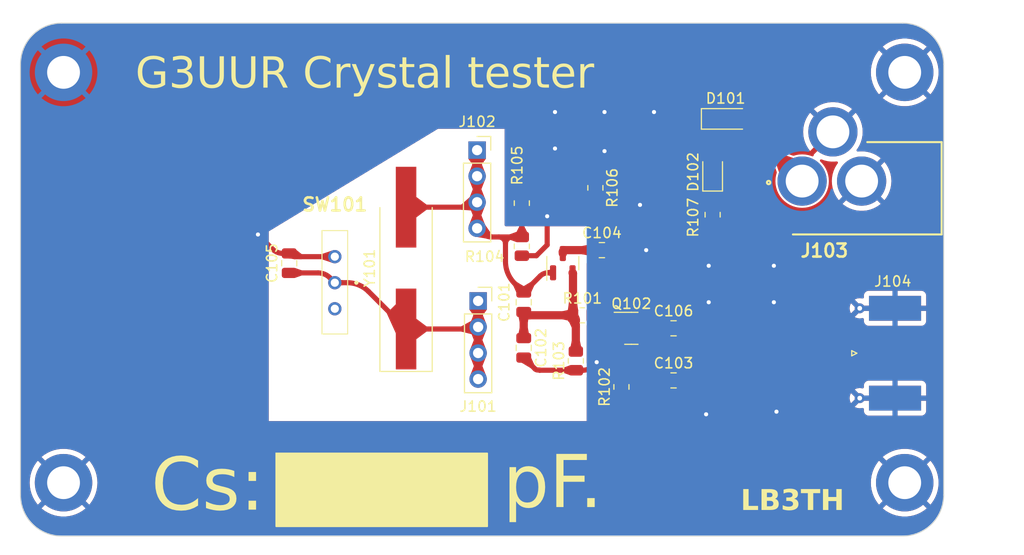
<source format=kicad_pcb>
(kicad_pcb (version 20221018) (generator pcbnew)
  (title_block (title "G3UUR Crystal tester") (date "2023-12-17") (rev "1") (company "Erik Ø. Sørensen, LB3TH") (comment 1 "2023-12-17: The edgemount connector and the size is slightly wrong for an altoid tin."))
  (layers (0 "F.Cu" signal) (31 "B.Cu" signal) (34 "B.Paste" user) (35 "F.Paste" user) (36 "B.SilkS" user "B.Silkscreen") (37 "F.SilkS" user "F.Silkscreen") (38 "B.Mask" user) (39 "F.Mask" user) (44 "Edge.Cuts" user))
  (net 0 "")
  (net 1 "GND")
  (net 2 "+12V")
  (net 3 "Vin")
  (net 5 "/base1")
  (net 6 "/emitter1")
  (net 7 "/emitter2")
  (net 8 "/out")
  (net 9 "/power_rail")
  (net 10 "/led_cathode")
  (net 11 "/base2")
  (net 12 "/xtal_l")
  (footprint "Package_TO_SOT_SMD:SOT-23" (layer "F.Cu") (at 160.3525 107.95)
    (fp_text reference "Q102" (at 0 -2.4) (layer "F.SilkS"))
    (fp_text value "MMBT3904" hide)
    (fp_line (start 0 -1.56) (end -1.675 -1.56) (stroke (width 0.12)) (layer "F.SilkS"))
    (fp_line (start 0 -1.56) (end 0.65 -1.56) (stroke (width 0.12)) (layer "F.SilkS"))
    (fp_line (start 0 1.56) (end -0.65 1.56) (stroke (width 0.12)) (layer "F.SilkS"))
    (fp_line (start 0 1.56) (end 0.65 1.56) (stroke (width 0.12)) (layer "F.SilkS"))
    (pad "1" smd roundrect (at -0.9375 -0.95) (size 1.475 0.6) (layers "F.Cu" "F.Paste" "F.Mask") (net 11 "/base2"))
    (pad "2" smd roundrect (at -0.9375 0.95) (size 1.475 0.6) (layers "F.Cu" "F.Paste" "F.Mask") (net 7 "/emitter2"))
    (pad "3" smd roundrect (at 0.9375 0) (size 1.475 0.6) (layers "F.Cu" "F.Paste" "F.Mask") (net 9 "/power_rail"))
  )
  (footprint "MountingHole:MountingHole_3.2mm_M3_DIN965_Pad_TopBottom" (layer "F.Cu") (at 105 83)
    (fp_text reference "H101" hide)
    (fp_text value "MountingHole_Pad" hide)
    (pad "1" thru_hole circle (at 0 0) (size 3.6 3.6) (drill 3.2) (layers "*.Cu" "*.Mask") (net 1 "GND"))
    (pad "1" connect circle (at 0 0) (size 5.6 5.6) (layers "F.Cu" "F.Mask") (net 1 "GND"))
    (pad "1" connect circle (at 0 0) (size 5.6 5.6) (layers "B.Cu" "B.Mask") (net 1 "GND"))
  )
  (footprint "lb3th:694106301002_1" (layer "F.Cu") (at 190.6 89.8 180)
    (fp_text reference "J103" (at 11.43 -10.58) (layer "F.SilkS") (effects (font (size 1.27 1.27) (thickness 0.254))))
    (fp_text value "694106301002" hide)
    (fp_line (start 0 -9) (end 14.5 -9) (stroke (width 0.2)) (layer "F.SilkS"))
    (fp_line (start 0 0) (end 0 -9) (stroke (width 0.2)) (layer "F.SilkS"))
    (fp_line (start 7.25 0) (end 0 0) (stroke (width 0.2)) (layer "F.SilkS"))
    (fp_circle (center 16.867 -3.939) (end 16.867 -3.875) (stroke (width 0.2)) (fill none) (layer "F.SilkS"))
    (pad "1" thru_hole circle (at 13.6 -3.8 180) (size 4.8 4.8) (drill 3.2) (layers "*.Cu" "*.Mask") (net 3 "Vin"))
    (pad "2" thru_hole circle (at 7.8 -3.8 180) (size 4.8 4.8) (drill 3.2) (layers "*.Cu" "*.Mask") (net 1 "GND"))
    (pad "3" thru_hole circle (at 10.6 1 180) (size 4.8 4.8) (drill 3.2) (layers "*.Cu" "*.Mask") (net 1 "GND"))
  )
  (footprint "Resistor_SMD:R_0805_2012Metric" (layer "F.Cu") (at 156.845 94.2575 -90)
    (fp_text reference "R106" (at 0 -1.65 90) (layer "F.SilkS"))
    (fp_text value "47" hide)
    (fp_line (start -0.227064 -0.735) (end 0.227064 -0.735) (stroke (width 0.12)) (layer "F.SilkS"))
    (fp_line (start -0.227064 0.735) (end 0.227064 0.735) (stroke (width 0.12)) (layer "F.SilkS"))
    (pad "1" smd roundrect (at -0.9125 0 270) (size 1.025 1.4) (layers "F.Cu" "F.Paste" "F.Mask") (roundrect_rratio 0.243902439) (net 2 "+12V"))
    (pad "2" smd roundrect (at 0.9125 0 270) (size 1.025 1.4) (layers "F.Cu" "F.Paste" "F.Mask") (roundrect_rratio 0.243902439) (net 9 "/power_rail"))
  )
  (footprint "Crystal:Crystal_SMD_HC49-SD_HandSoldering" (layer "F.Cu") (at 138.39 102.08 90)
    (fp_text reference "Y101" (at 0 -3.55 90) (layer "F.SilkS"))
    (fp_text value "Crystal" hide)
    (fp_line (start -10.075 -2.55) (end -10.075 2.55) (stroke (width 0.12)) (layer "F.SilkS"))
    (fp_line (start -10.075 2.55) (end 5.9 2.55) (stroke (width 0.12)) (layer "F.SilkS"))
    (fp_line (start 5.9 -2.55) (end -10.075 -2.55) (stroke (width 0.12)) (layer "F.SilkS"))
    (pad "1" smd rect (at -5.9375 0 90) (size 7.875 2) (layers "F.Cu" "F.Paste" "F.Mask") (net 12 "/xtal_l"))
    (pad "2" smd rect (at 5.9375 0 90) (size 7.875 2) (layers "F.Cu" "F.Paste" "F.Mask") (net 5 "/base1"))
  )
  (footprint "Resistor_SMD:R_0805_2012Metric" (layer "F.Cu") (at 149.675 99.96 -90)
    (fp_text reference "R104" (at 1.005 3.625 -180) (layer "F.SilkS"))
    (fp_text value "10k" hide)
    (fp_line (start -0.227064 -0.735) (end 0.227064 -0.735) (stroke (width 0.12)) (layer "F.SilkS"))
    (fp_line (start -0.227064 0.735) (end 0.227064 0.735) (stroke (width 0.12)) (layer "F.SilkS"))
    (pad "1" smd roundrect (at -0.9125 0 270) (size 1.025 1.4) (layers "F.Cu" "F.Paste" "F.Mask") (roundrect_rratio 0.243902439) (net 5 "/base1"))
    (pad "2" smd roundrect (at 0.9125 0 270) (size 1.025 1.4) (layers "F.Cu" "F.Paste" "F.Mask") (roundrect_rratio 0.243902439) (net 1 "GND"))
  )
  (footprint "MountingHole:MountingHole_3.2mm_M3_DIN965_Pad_TopBottom" (layer "F.Cu") (at 187 123)
    (fp_text reference "H103" hide)
    (fp_text value "MountingHole_Pad" hide)
    (pad "1" thru_hole circle (at 0 0) (size 3.6 3.6) (drill 3.2) (layers "*.Cu" "*.Mask") (net 1 "GND"))
    (pad "1" connect circle (at 0 0) (size 5.6 5.6) (layers "F.Cu" "F.Mask") (net 1 "GND"))
    (pad "1" connect circle (at 0 0) (size 5.6 5.6) (layers "B.Cu" "B.Mask") (net 1 "GND"))
  )
  (footprint "Resistor_SMD:R_0805_2012Metric" (layer "F.Cu") (at 159.385 113.665 90)
    (fp_text reference "R102" (at 0 -1.65 90) (layer "F.SilkS"))
    (fp_text value "1k" hide)
    (fp_line (start -0.227064 -0.735) (end 0.227064 -0.735) (stroke (width 0.12)) (layer "F.SilkS"))
    (fp_line (start -0.227064 0.735) (end 0.227064 0.735) (stroke (width 0.12)) (layer "F.SilkS"))
    (pad "1" smd roundrect (at -0.9125 0 90) (size 1.025 1.4) (layers "F.Cu" "F.Paste" "F.Mask") (roundrect_rratio 0.243902439) (net 1 "GND"))
    (pad "2" smd roundrect (at 0.9125 0 90) (size 1.025 1.4) (layers "F.Cu" "F.Paste" "F.Mask") (roundrect_rratio 0.243902439) (net 7 "/emitter2"))
  )
  (footprint "Resistor_SMD:R_0805_2012Metric" (layer "F.Cu") (at 149.675 95.7475 -90)
    (fp_text reference "R105" (at -3.6725 0.45 90) (layer "F.SilkS"))
    (fp_text value "10k" hide)
    (fp_line (start -0.227064 -0.735) (end 0.227064 -0.735) (stroke (width 0.12)) (layer "F.SilkS"))
    (fp_line (start -0.227064 0.735) (end 0.227064 0.735) (stroke (width 0.12)) (layer "F.SilkS"))
    (pad "1" smd roundrect (at -0.9125 0 270) (size 1.025 1.4) (layers "F.Cu" "F.Paste" "F.Mask") (roundrect_rratio 0.243902439) (net 9 "/power_rail"))
    (pad "2" smd roundrect (at 0.9125 0 270) (size 1.025 1.4) (layers "F.Cu" "F.Paste" "F.Mask") (roundrect_rratio 0.243902439) (net 5 "/base1"))
  )
  (footprint "MountingHole:MountingHole_3.2mm_M3_DIN965_Pad_TopBottom" (layer "F.Cu") (at 187 83)
    (fp_text reference "H104" hide)
    (fp_text value "MountingHole_Pad" hide)
    (pad "1" thru_hole circle (at 0 0) (size 3.6 3.6) (drill 3.2) (layers "*.Cu" "*.Mask") (net 1 "GND"))
    (pad "1" connect circle (at 0 0) (size 5.6 5.6) (layers "F.Cu" "F.Mask") (net 1 "GND"))
    (pad "1" connect circle (at 0 0) (size 5.6 5.6) (layers "B.Cu" "B.Mask") (net 1 "GND"))
  )
  (footprint "Package_TO_SOT_SMD:SOT-23" (layer "F.Cu") (at 153.67 101.6 90)
    (fp_text reference "Q101" hide)
    (fp_text value "MMBT3904" hide)
    (fp_line (start 0 -1.56) (end -1.675 -1.56) (stroke (width 0.12)) (layer "F.SilkS"))
    (fp_line (start 0 -1.56) (end 0.65 -1.56) (stroke (width 0.12)) (layer "F.SilkS"))
    (fp_line (start 0 1.56) (end -0.65 1.56) (stroke (width 0.12)) (layer "F.SilkS"))
    (fp_line (start 0 1.56) (end 0.65 1.56) (stroke (width 0.12)) (layer "F.SilkS"))
    (pad "1" smd roundrect (at -0.9375 -0.95 90) (size 1.475 0.6) (layers "F.Cu" "F.Paste" "F.Mask") (net 5 "/base1"))
    (pad "2" smd roundrect (at -0.9375 0.95 90) (size 1.475 0.6) (layers "F.Cu" "F.Paste" "F.Mask") (net 6 "/emitter1"))
    (pad "3" smd roundrect (at 0.9375 0 90) (size 1.475 0.6) (layers "F.Cu" "F.Paste" "F.Mask") (net 9 "/power_rail"))
  )
  (footprint "Capacitor_SMD:C_0805_2012Metric" (layer "F.Cu") (at 149.86 105.41 -90)
    (fp_text reference "C101" (at 0 1.905 90) (layer "F.SilkS"))
    (fp_text value "470pF" hide)
    (fp_line (start -0.261252 -0.735) (end 0.261252 -0.735) (stroke (width 0.12)) (layer "F.SilkS"))
    (fp_line (start -0.261252 0.735) (end 0.261252 0.735) (stroke (width 0.12)) (layer "F.SilkS"))
    (pad "1" smd roundrect (at -0.95 0 270) (size 1 1.45) (layers "F.Cu" "F.Paste" "F.Mask") (net 5 "/base1"))
    (pad "2" smd roundrect (at 0.95 0 270) (size 1 1.45) (layers "F.Cu" "F.Paste" "F.Mask") (net 6 "/emitter1"))
  )
  (footprint "Resistor_SMD:R_0805_2012Metric" (layer "F.Cu") (at 154.94 111.125 90)
    (fp_text reference "R103" (at 0 -1.65 90) (layer "F.SilkS"))
    (fp_text value "1k" hide)
    (fp_line (start -0.227064 -0.735) (end 0.227064 -0.735) (stroke (width 0.12)) (layer "F.SilkS"))
    (fp_line (start -0.227064 0.735) (end 0.227064 0.735) (stroke (width 0.12)) (layer "F.SilkS"))
    (pad "1" smd roundrect (at -0.9125 0 90) (size 1.025 1.4) (layers "F.Cu" "F.Paste" "F.Mask") (roundrect_rratio 0.243902439) (net 1 "GND"))
    (pad "2" smd roundrect (at 0.9125 0 90) (size 1.025 1.4) (layers "F.Cu" "F.Paste" "F.Mask") (roundrect_rratio 0.243902439) (net 6 "/emitter1"))
  )
  (footprint "Capacitor_SMD:C_0805_2012Metric" (layer "F.Cu") (at 157.48 100.33)
    (fp_text reference "C104" (at 0 -1.68) (layer "F.SilkS"))
    (fp_text value "100nF" hide)
    (fp_line (start -0.261252 -0.735) (end 0.261252 -0.735) (stroke (width 0.12)) (layer "F.SilkS"))
    (fp_line (start -0.261252 0.735) (end 0.261252 0.735) (stroke (width 0.12)) (layer "F.SilkS"))
    (pad "1" smd roundrect (at -0.95 0) (size 1 1.45) (layers "F.Cu" "F.Paste" "F.Mask") (net 9 "/power_rail"))
    (pad "2" smd roundrect (at 0.95 0) (size 1 1.45) (layers "F.Cu" "F.Paste" "F.Mask") (net 1 "GND"))
  )
  (footprint "Capacitor_SMD:C_0805_2012Metric" (layer "F.Cu") (at 164.465 113.03)
    (fp_text reference "C103" (at 0 -1.68) (layer "F.SilkS"))
    (fp_text value "100nF" hide)
    (fp_line (start -0.261252 -0.735) (end 0.261252 -0.735) (stroke (width 0.12)) (layer "F.SilkS"))
    (fp_line (start -0.261252 0.735) (end 0.261252 0.735) (stroke (width 0.12)) (layer "F.SilkS"))
    (pad "1" smd roundrect (at -0.95 0) (size 1 1.45) (layers "F.Cu" "F.Paste" "F.Mask") (net 7 "/emitter2"))
    (pad "2" smd roundrect (at 0.95 0) (size 1 1.45) (layers "F.Cu" "F.Paste" "F.Mask") (net 8 "/out"))
  )
  (footprint "Resistor_SMD:R_0805_2012Metric" (layer "F.Cu") (at 155.575 106.68)
    (fp_text reference "R101" (at 0 -1.65) (layer "F.SilkS"))
    (fp_text value "1k" hide)
    (fp_line (start -0.227064 -0.735) (end 0.227064 -0.735) (stroke (width 0.12)) (layer "F.SilkS"))
    (fp_line (start -0.227064 0.735) (end 0.227064 0.735) (stroke (width 0.12)) (layer "F.SilkS"))
    (pad "1" smd roundrect (at -0.9125 0) (size 1.025 1.4) (layers "F.Cu" "F.Paste" "F.Mask") (roundrect_rratio 0.243902439) (net 6 "/emitter1"))
    (pad "2" smd roundrect (at 0.9125 0) (size 1.025 1.4) (layers "F.Cu" "F.Paste" "F.Mask") (roundrect_rratio 0.243902439) (net 11 "/base2"))
  )
  (footprint "Resistor_SMD:R_0805_2012Metric" (layer "F.Cu") (at 168.275 96.8775 -90)
    (fp_text reference "R107" (at 0.2775 1.905 90) (layer "F.SilkS"))
    (fp_text value "2k" hide)
    (fp_line (start -0.227064 -0.735) (end 0.227064 -0.735) (stroke (width 0.12)) (layer "F.SilkS"))
    (fp_line (start -0.227064 0.735) (end 0.227064 0.735) (stroke (width 0.12)) (layer "F.SilkS"))
    (pad "1" smd roundrect (at -0.9125 0 270) (size 1.025 1.4) (layers "F.Cu" "F.Paste" "F.Mask") (roundrect_rratio 0.243902439) (net 10 "/led_cathode"))
    (pad "2" smd roundrect (at 0.9125 0 270) (size 1.025 1.4) (layers "F.Cu" "F.Paste" "F.Mask") (roundrect_rratio 0.243902439) (net 1 "GND"))
  )
  (footprint "Connector_Coaxial:SMA_Molex_73251-1153_EdgeMount_Horizontal" (layer "F.Cu") (at 184.335 110.38 180)
    (fp_text reference "J104" (at -1.5 7) (layer "F.SilkS"))
    (fp_text value "Conn_Coaxial" hide)
    (fp_line (start 2 0) (end 2.5 -0.25) (stroke (width 0.12)) (layer "F.SilkS"))
    (fp_line (start 2.5 -0.25) (end 2.5 0.25) (stroke (width 0.12)) (layer "F.SilkS"))
    (fp_line (start 2.5 0.25) (end 2 0) (stroke (width 0.12)) (layer "F.SilkS"))
    (pad "1" smd rect (at -1.72 0 180) (size 5.08 2.29) (layers "F.Cu" "F.Paste" "F.Mask") (net 8 "/out"))
    (pad "2" smd rect (at -1.72 -4.38 180) (size 5.08 2.42) (layers "F.Cu" "F.Paste" "F.Mask") (net 1 "GND"))
    (pad "2" smd rect (at -1.72 -4.38 180) (size 5.08 2.42) (layers "B.Cu" "B.Paste" "B.Mask") (net 1 "GND"))
    (pad "2" smd rect (at -1.72 4.38 180) (size 5.08 2.42) (layers "F.Cu" "F.Paste" "F.Mask") (net 1 "GND"))
    (pad "2" smd rect (at -1.72 4.38 180) (size 5.08 2.42) (layers "B.Cu" "B.Paste" "B.Mask") (net 1 "GND"))
    (pad "2" smd rect (at 1.27 -4.38 180) (size 0.95 0.46) (layers "F.Cu") (net 1 "GND"))
    (pad "2" smd rect (at 1.27 -4.38 180) (size 0.95 0.46) (layers "B.Cu") (net 1 "GND"))
    (pad "2" smd rect (at 1.27 4.38 180) (size 0.95 0.46) (layers "F.Cu") (net 1 "GND"))
    (pad "2" smd rect (at 1.27 4.38 180) (size 0.95 0.46) (layers "B.Cu") (net 1 "GND"))
    (pad "2" thru_hole circle (at 1.72 -4.38 180) (size 0.97 0.97) (drill 0.46) (layers "*.Cu") (net 1 "GND"))
    (pad "2" thru_hole circle (at 1.72 4.38 180) (size 0.97 0.97) (drill 0.46) (layers "*.Cu") (net 1 "GND"))
  )
  (footprint "Connector_PinSocket_2.54mm:PinSocket_1x04_P2.54mm_Vertical" (layer "F.Cu") (at 145.315 90.58)
    (fp_text reference "J102" (at 0 -2.77) (layer "F.SilkS"))
    (fp_text value "Conn_01x04_Socket" hide)
    (fp_line (start -1.33 1.27) (end -1.33 8.95) (stroke (width 0.12)) (layer "F.SilkS"))
    (fp_line (start -1.33 1.27) (end 1.33 1.27) (stroke (width 0.12)) (layer "F.SilkS"))
    (fp_line (start -1.33 8.95) (end 1.33 8.95) (stroke (width 0.12)) (layer "F.SilkS"))
    (fp_line (start 0 -1.33) (end 1.33 -1.33) (stroke (width 0.12)) (layer "F.SilkS"))
    (fp_line (start 1.33 -1.33) (end 1.33 0) (stroke (width 0.12)) (layer "F.SilkS"))
    (fp_line (start 1.33 1.27) (end 1.33 8.95) (stroke (width 0.12)) (layer "F.SilkS"))
    (pad "1" thru_hole rect (at 0 0) (size 1.7 1.7) (drill 1) (layers "*.Cu" "*.Mask") (net 5 "/base1"))
    (pad "2" thru_hole oval (at 0 2.54) (size 1.7 1.7) (drill 1) (layers "*.Cu" "*.Mask") (net 5 "/base1"))
    (pad "3" thru_hole oval (at 0 5.08) (size 1.7 1.7) (drill 1) (layers "*.Cu" "*.Mask") (net 5 "/base1"))
    (pad "4" thru_hole oval (at 0 7.62) (size 1.7 1.7) (drill 1) (layers "*.Cu" "*.Mask") (net 5 "/base1"))
  )
  (footprint "Capacitor_SMD:C_0805_2012Metric" (layer "F.Cu") (at 164.465 107.95)
    (fp_text reference "C106" (at 0 -1.68) (layer "F.SilkS"))
    (fp_text value "100nF" hide)
    (fp_line (start -0.261252 -0.735) (end 0.261252 -0.735) (stroke (width 0.12)) (layer "F.SilkS"))
    (fp_line (start -0.261252 0.735) (end 0.261252 0.735) (stroke (width 0.12)) (layer "F.SilkS"))
    (pad "1" smd roundrect (at -0.95 0) (size 1 1.45) (layers "F.Cu" "F.Paste" "F.Mask") (net 9 "/power_rail"))
    (pad "2" smd roundrect (at 0.95 0) (size 1 1.45) (layers "F.Cu" "F.Paste" "F.Mask") (net 1 "GND"))
  )
  (footprint "Capacitor_SMD:C_0805_2012Metric" (layer "F.Cu") (at 127 101.6 90)
    (fp_text reference "C105" (at 0 -1.68 90) (layer "F.SilkS"))
    (fp_text value "33pF" hide)
    (fp_line (start -0.261252 -0.735) (end 0.261252 -0.735) (stroke (width 0.12)) (layer "F.SilkS"))
    (fp_line (start -0.261252 0.735) (end 0.261252 0.735) (stroke (width 0.12)) (layer "F.SilkS"))
    (pad "1" smd roundrect (at -0.95 0 90) (size 1 1.45) (layers "F.Cu" "F.Paste" "F.Mask") (net 12 "/xtal_l"))
    (pad "2" smd roundrect (at 0.95 0 90) (size 1 1.45) (layers "F.Cu" "F.Paste" "F.Mask") (net 1 "GND"))
  )
  (footprint "lb3th:090329001" (layer "F.Cu") (at 131.445 103.505 180)
    (fp_text reference "SW101" (at 0 7.62) (layer "F.SilkS") (effects (font (size 1.27 1.27) (thickness 0.254))))
    (fp_text value "09.03290.01" hide)
    (fp_line (start -2.2 0) (end -2.2 0) (stroke (width 0.2)) (layer "F.SilkS"))
    (fp_line (start -2 0) (end -2 0) (stroke (width 0.2)) (layer "F.SilkS"))
    (fp_line (start -1.25 -5) (end 1.25 -5) (stroke (width 0.1)) (layer "F.SilkS"))
    (fp_line (start -1.25 5.08) (end -1.25 -5) (stroke (width 0.1)) (layer "F.SilkS"))
    (fp_line (start 1.25 -5) (end 1.25 5.08) (stroke (width 0.1)) (layer "F.SilkS"))
    (fp_line (start 1.25 5.08) (end -1.25 5.08) (stroke (width 0.1)) (layer "F.SilkS"))
    (fp_arc (start -2.2 0) (mid -2.1 -0.1) (end -2 0) (stroke (width 0.2)) (layer "F.SilkS"))
    (fp_arc (start -2 0) (mid -2.1 0.1) (end -2.2 0) (stroke (width 0.2)) (layer "F.SilkS"))
    (pad "1" thru_hole circle (at 0 0 180) (size 1.3 1.3) (drill 0.8) (layers "*.Cu" "*.Mask") (net 12 "/xtal_l"))
    (pad "2" thru_hole circle (at 0 2.54 180) (size 1.3 1.3) (drill 0.8) (layers "*.Cu" "*.Mask") (net 1 "GND"))
    (pad "3" thru_hole circle (at 0 -2.54 180) (size 1.3 1.3) (drill 0.8) (layers "*.Cu" "*.Mask"))
  )
  (footprint "Capacitor_SMD:C_0805_2012Metric" (layer "F.Cu") (at 149.86 109.855 -90)
    (fp_text reference "C102" (at 0 -1.68 90) (layer "F.SilkS"))
    (fp_text value "470pF" hide)
    (fp_line (start -0.261252 -0.735) (end 0.261252 -0.735) (stroke (width 0.12)) (layer "F.SilkS"))
    (fp_line (start -0.261252 0.735) (end 0.261252 0.735) (stroke (width 0.12)) (layer "F.SilkS"))
    (pad "1" smd roundrect (at -0.95 0 270) (size 1 1.45) (layers "F.Cu" "F.Paste" "F.Mask") (net 6 "/emitter1"))
    (pad "2" smd roundrect (at 0.95 0 270) (size 1 1.45) (layers "F.Cu" "F.Paste" "F.Mask") (net 1 "GND"))
  )
  (footprint "Diode_SMD:D_SOD-123" (layer "F.Cu") (at 169.54 87.535)
    (fp_text reference "D101" (at 0 -2) (layer "F.SilkS"))
    (fp_text value "1N4001" hide)
    (fp_line (start -2.36 -1) (end -2.36 1) (stroke (width 0.12)) (layer "F.SilkS"))
    (fp_line (start -2.36 -1) (end 1.65 -1) (stroke (width 0.12)) (layer "F.SilkS"))
    (fp_line (start -2.36 1) (end 1.65 1) (stroke (width 0.12)) (layer "F.SilkS"))
    (pad "1" smd roundrect (at -1.65 0) (size 0.9 1.2) (layers "F.Cu" "F.Paste" "F.Mask") (net 2 "+12V"))
    (pad "2" smd roundrect (at 1.65 0) (size 0.9 1.2) (layers "F.Cu" "F.Paste" "F.Mask") (net 3 "Vin"))
  )
  (footprint "MountingHole:MountingHole_3.2mm_M3_DIN965_Pad_TopBottom" (layer "F.Cu") (at 105 123)
    (fp_text reference "H102" hide)
    (fp_text value "MountingHole_Pad" hide)
    (pad "1" thru_hole circle (at 0 0) (size 3.6 3.6) (drill 3.2) (layers "*.Cu" "*.Mask") (net 1 "GND"))
    (pad "1" connect circle (at 0 0) (size 5.6 5.6) (layers "F.Cu" "F.Mask") (net 1 "GND"))
    (pad "1" connect circle (at 0 0) (size 5.6 5.6) (layers "B.Cu" "B.Mask") (net 1 "GND"))
  )
  (footprint "Connector_PinSocket_2.54mm:PinSocket_1x04_P2.54mm_Vertical" (layer "F.Cu") (at 145.415 105.28)
    (fp_text reference "J101" (at 0 10.29) (layer "F.SilkS"))
    (fp_text value "Conn_01x04_Socket" hide)
    (fp_line (start -1.33 1.27) (end -1.33 8.95) (stroke (width 0.12)) (layer "F.SilkS"))
    (fp_line (start -1.33 1.27) (end 1.33 1.27) (stroke (width 0.12)) (layer "F.SilkS"))
    (fp_line (start -1.33 8.95) (end 1.33 8.95) (stroke (width 0.12)) (layer "F.SilkS"))
    (fp_line (start 0 -1.33) (end 1.33 -1.33) (stroke (width 0.12)) (layer "F.SilkS"))
    (fp_line (start 1.33 -1.33) (end 1.33 0) (stroke (width 0.12)) (layer "F.SilkS"))
    (fp_line (start 1.33 1.27) (end 1.33 8.95) (stroke (width 0.12)) (layer "F.SilkS"))
    (pad "1" thru_hole rect (at 0 0) (size 1.7 1.7) (drill 1) (layers "*.Cu" "*.Mask") (net 12 "/xtal_l"))
    (pad "2" thru_hole oval (at 0 2.54) (size 1.7 1.7) (drill 1) (layers "*.Cu" "*.Mask") (net 12 "/xtal_l"))
    (pad "3" thru_hole oval (at 0 5.08) (size 1.7 1.7) (drill 1) (layers "*.Cu" "*.Mask") (net 12 "/xtal_l"))
    (pad "4" thru_hole oval (at 0 7.62) (size 1.7 1.7) (drill 1) (layers "*.Cu" "*.Mask") (net 12 "/xtal_l"))
  )
  (footprint "LED_SMD:LED_0805_2012Metric_Pad1.15x1.40mm_HandSolder" (layer "F.Cu") (at 168.275 92.71 90)
    (fp_text reference "D102" (at 0 -1.905 90) (layer "F.SilkS"))
    (fp_text value "green" hide)
    (fp_line (start -1.86 -0.96) (end -1.86 0.96) (stroke (width 0.12)) (layer "F.SilkS"))
    (fp_line (start -1.86 0.96) (end 1 0.96) (stroke (width 0.12)) (layer "F.SilkS"))
    (fp_line (start 1 -0.96) (end -1.86 -0.96) (stroke (width 0.12)) (layer "F.SilkS"))
    (pad "1" smd roundrect (at -1.025 0 90) (size 1.15 1.4) (layers "F.Cu" "F.Paste" "F.Mask") (roundrect_rratio 0.2173913043) (net 10 "/led_cathode"))
    (pad "2" smd roundrect (at 1.025 0 90) (size 1.15 1.4) (layers "F.Cu" "F.Paste" "F.Mask") (roundrect_rratio 0.2173913043) (net 2 "+12V"))
  )
  (gr_rect (start 125.73 120.142) (end 146.304 127.254) (stroke (width 0.15)) (fill solid) (layer "F.SilkS"))
  (gr_line (start 104.8 78.2) (end 186.8 78.2) (stroke (width 0.1)) (layer "Edge.Cuts"))
  (gr_arc (start 190.8 124.2) (mid 189.628427 127.028427) (end 186.8 128.2) (stroke (width 0.1)) (layer "Edge.Cuts"))
  (gr_line (start 100.8 124.2) (end 100.8 82.2) (stroke (width 0.1)) (layer "Edge.Cuts"))
  (gr_line (start 190.8 124.2) (end 190.8 82.2) (stroke (width 0.1)) (layer "Edge.Cuts"))
  (gr_arc (start 186.8 78.2) (mid 189.628427 79.371573) (end 190.8 82.2) (stroke (width 0.1)) (layer "Edge.Cuts"))
  (gr_line (start 186.8 128.2) (end 104.8 128.2) (stroke (width 0.1)) (layer "Edge.Cuts"))
  (gr_arc (start 104.8 128.2) (mid 101.971573 127.028427) (end 100.8 124.2) (stroke (width 0.1)) (layer "Edge.Cuts"))
  (gr_arc (start 100.8 82.2) (mid 101.971573 79.371573) (end 104.8 78.2) (stroke (width 0.1)) (layer "Edge.Cuts"))
  (gr_text "G3UUR Crystal tester" (at 112 85) (layer "F.SilkS") (effects (font (size 3 3) (thickness 0.375)) (justify left bottom)))
  (gr_text "LB3TH" (at 171 126) (layer "F.SilkS") (effects (font (size 2 2) (thickness 0.3) bold) (justify left bottom)))
  (gr_text "pF." (at 147.828 126.238) (layer "F.SilkS") (effects (font (size 5.08 5.08)) (justify left bottom)))
  (gr_text "Cs:" (at 113.538 126.492) (layer "F.SilkS") (effects (font (size 5.08 5.08)) (justify left bottom)))
  (segment (start 155.1705 112.0375) (end 154.94 112.0375) (width 0.5) (layer "F.Cu") (net 1))
  (segment (start 154.94 112.0375) (end 154.7095 112.0375) (width 0.5) (layer "F.Cu") (net 1))
  (segment (start 123.952 98.806) (end 125.370321 100.224321) (width 0.5) (layer "F.Cu") (net 1))
  (segment (start 149.675 100.8725) (end 151.0955 100.8725) (width 0.5) (layer "F.Cu") (net 1))
  (segment (start 150.95763 111.90263) (end 149.86 110.805) (width 0.5) (layer "F.Cu") (net 1))
  (segment (start 126.777261 100.65) (end 126.398 100.65) (width 0.5) (layer "F.Cu") (net 1))
  (segment (start 127.537738 100.965) (end 131.445 100.965) (width 0.5) (layer "F.Cu") (net 1))
  (segment (start 151.0955 100.8725) (end 151.13 100.838) (width 0.5) (layer "F.Cu") (net 1))
  (segment (start 154.7095 112.0375) (end 151.424117 112.0375) (width 0.5) (layer "F.Cu") (net 1))
  (segment (start 151.2265 112.014) (end 151.367382 112.014) (width 0.5) (layer "F.Cu") (net 1))
  (segment (start 152.146 99.822) (end 152.146 97.028) (width 0.5) (layer "F.Cu") (net 1))
  (segment (start 155.1705 112.0375) (end 155.631067 112.0375) (width 0.5) (layer "F.Cu") (net 1))
  (segment (start 156.57925 111.64475) (end 156.972 111.252) (width 0.5) (layer "F.Cu") (net 1))
  (segment (start 150.13125 100.8725) (end 149.675 100.8725) (width 0.5) (layer "F.Cu") (net 1))
  (segment (start 151.13 100.838) (end 152.146 99.822) (width 0.5) (layer "F.Cu") (net 1))
  (via (at 161.194376 95.920679) (size 0.8) (drill 0.4) (layers "F.Cu" "B.Cu") (net 1))
  (via (at 162.56 86.868) (size 0.8) (drill 0.4) (layers "F.Cu" "B.Cu") (net 1))
  (via (at 167.894 101.854) (size 0.8) (drill 0.4) (layers "F.Cu" "B.Cu") (net 1))
  (via (at 156.972 111.252) (size 0.8) (drill 0.4) (layers "F.Cu" "B.Cu") (net 1))
  (via (at 152.908 90.424) (size 0.8) (drill 0.4) (layers "F.Cu" "B.Cu") (net 1))
  (via (at 174.244 101.854) (size 0.8) (drill 0.4) (layers "F.Cu" "B.Cu") (net 1))
  (via (at 174.498 116.078) (size 0.8) (drill 0.4) (layers "F.Cu" "B.Cu") (net 1))
  (via (at 152.908 86.868) (size 0.8) (drill 0.4) (layers "F.Cu" "B.Cu") (net 1))
  (via (at 157.734 86.868) (size 0.8) (drill 0.4) (layers "F.Cu" "B.Cu") (net 1))
  (via (at 174.244 105.41) (size 0.8) (drill 0.4) (layers "F.Cu" "B.Cu") (net 1))
  (via (at 123.952 98.806) (size 0.8) (drill 0.4) (layers "F.Cu" "B.Cu") (net 1))
  (via (at 167.64 116.332) (size 0.8) (drill 0.4) (layers "F.Cu" "B.Cu") (net 1))
  (via (at 161.798 100.33) (size 0.8) (drill 0.4) (layers "F.Cu" "B.Cu") (net 1))
  (via (at 167.894 105.41) (size 0.8) (drill 0.4) (layers "F.Cu" "B.Cu") (net 1))
  (via (at 152.146 97.028) (size 0.8) (drill 0.4) (layers "F.Cu" "B.Cu") (net 1))
  (via (at 157.734 90.678) (size 0.8) (drill 0.4) (layers "F.Cu" "B.Cu") (net 1))
  (arc (start 151.2265 112.014) (mid 151.080988 111.985055) (end 150.95763 111.90263) (width 0.5) (layer "F.Cu") (net 1))
  (arc (start 151.39575 112.02575) (mid 151.382734 112.017053) (end 151.367382 112.014) (width 0.5) (layer "F.Cu") (net 1))
  (arc (start 125.370321 100.224321) (mid 125.841824 100.539369) (end 126.398 100.65) (width 0.5) (layer "F.Cu") (net 1))
  (arc (start 156.57925 111.64475) (mid 156.14422 111.935427) (end 155.631067 112.0375) (width 0.5) (layer "F.Cu") (net 1))
  (arc (start 151.39575 112.02575) (mid 151.408764 112.034446) (end 151.424117 112.0375) (width 0.5) (layer "F.Cu") (net 1))
  (arc (start 126.777261 100.65) (mid 126.983044 100.690932) (end 127.1575 100.8075) (width 0.5) (layer "F.Cu") (net 1))
  (arc (start 127.537738 100.965) (mid 127.331954 100.924067) (end 127.1575 100.8075) (width 0.5) (layer "F.Cu") (net 1))
  (segment (start 168.002763 91.685) (end 159.678797 91.685) (width 0.8) (layer "F.Cu") (net 2))
  (segment (start 167.89 91.027763) (end 167.89 87.535) (width 0.8) (layer "F.Cu") (net 2))
  (segment (start 157.675 92.515) (end 156.845 93.345) (width 0.8) (layer "F.Cu") (net 2))
  (arc (start 168.0825 91.4925) (mid 167.940029 91.279277) (end 167.89 91.027763) (width 0.8) (layer "F.Cu") (net 2))
  (arc (start 168.002763 91.685) (mid 168.106943 91.615388) (end 168.0825 91.4925) (width 0.8) (layer "F.Cu") (net 2))
  (arc (start 159.678797 91.685) (mid 158.594349 91.900709) (end 157.675 92.515) (width 0.8) (layer "F.Cu") (net 2))
  (segment (start 171.280156 87.880156) (end 177 93.6) (width 0.8) (layer "F.Cu") (net 3))
  (segment (start 171.19 87.6625) (end 171.19 87.535) (width 0.8) (layer "F.Cu") (net 3))
  (arc (start 171.19 87.6625) (mid 171.21343 87.780294) (end 171.280156 87.880156) (width 0.8) (layer "F.Cu") (net 3))
  (segment (start 144.49132 96.1425) (end 138.39 96.1425) (width 0.5) (layer "F.Cu") (net 5))
  (segment (start 149.675 99.0475) (end 149.675 96.66) (width 0.5) (layer "F.Cu") (net 5))
  (segment (start 145.315 95.31882) (end 145.315 96.001179) (width 0.5) (layer "F.Cu") (net 5))
  (segment (start 148.082 101.424764) (end 148.082 99.707614) (width 0.5) (layer "F.Cu") (net 5))
  (segment (start 151.451043 102.868956) (end 149.86 104.46) (width 0.5) (layer "F.Cu") (net 5))
  (segment (start 145.315 93.12) (end 145.315 90.58) (width 0.5) (layer "F.Cu") (net 5))
  (segment (start 147.421886 99.0475) (end 148.742114 99.0475) (width 0.5) (layer "F.Cu") (net 5))
  (segment (start 145.315 95.31882) (end 145.315 93.12) (width 0.5) (layer "F.Cu") (net 5))
  (segment (start 148.742114 99.0475) (end 149.675 99.0475) (width 0.5) (layer "F.Cu") (net 5))
  (segment (start 148.971 103.571) (end 149.86 104.46) (width 0.5) (layer "F.Cu") (net 5))
  (segment (start 145.315 97.600727) (end 145.315 96.001179) (width 0.5) (layer "F.Cu") (net 5))
  (segment (start 152.25125 102.5375) (end 152.72 102.5375) (width 0.5) (layer "F.Cu") (net 5))
  (segment (start 146.761772 99.0475) (end 147.421886 99.0475) (width 0.5) (layer "F.Cu") (net 5))
  (arc (start 146.761772 99.0475) (mid 146.208116 98.93737) (end 145.73875 98.62375) (width 0.5) (layer "F.Cu") (net 5))
  (arc (start 145.315 95.31882) (mid 145.252301 95.634029) (end 145.07375 95.90125) (width 0.5) (layer "F.Cu") (net 5))
  (arc (start 145.07375 95.90125) (mid 145.22776 95.870615) (end 145.315 96.001179) (width 0.5) (layer "F.Cu") (net 5))
  (arc (start 148.082 99.707614) (mid 147.888657 99.240842) (end 147.421886 99.0475) (width 0.5) (layer "F.Cu") (net 5))
  (arc (start 145.73875 98.62375) (mid 145.425129 98.154383) (end 145.315 97.600727) (width 0.5) (layer "F.Cu") (net 5))
  (arc (start 145.07375 95.90125) (mid 144.806529 96.079801) (end 144.49132 96.1425) (width 0.5) (layer "F.Cu") (net 5))
  (arc (start 152.25125 102.5375) (mid 151.818181 102.623642) (end 151.451043 102.868956) (width 0.5) (layer "F.Cu") (net 5))
  (arc (start 148.742114 99.0475) (mid 148.275342 99.240842) (end 148.082 99.707614) (width 0.5) (layer "F.Cu") (net 5))
  (arc (start 148.082 101.424764) (mid 148.313043 102.586298) (end 148.971 103.571) (width 0.5) (layer "F.Cu") (net 5))
  (segment (start 154.6625 106.483777) (end 154.6625 102.610052) (width 0.8) (layer "F.Cu") (net 6))
  (segment (start 154.466277 106.68) (end 150.406274 106.68) (width 0.8) (layer "F.Cu") (net 6))
  (segment (start 154.64125 102.55875) (end 154.62 102.5375) (width 0.8) (layer "F.Cu") (net 6))
  (segment (start 149.86 106.586274) (end 149.86 108.905) (width 0.8) (layer "F.Cu") (net 6))
  (segment (start 154.94 107.153722) (end 154.94 110.2125) (width 0.8) (layer "F.Cu") (net 6))
  (arc (start 150.406274 106.68) (mid 150.197224 106.638417) (end 150.02 106.52) (width 0.8) (layer "F.Cu") (net 6))
  (arc (start 154.466277 106.68) (mid 154.647563 106.716059) (end 154.80125 106.81875) (width 0.8) (layer "F.Cu") (net 6))
  (arc (start 154.6625 106.483777) (mid 154.698559 106.665063) (end 154.80125 106.81875) (width 0.8) (layer "F.Cu") (net 6))
  (arc (start 154.94 107.153722) (mid 154.90394 106.972436) (end 154.80125 106.81875) (width 0.8) (layer "F.Cu") (net 6))
  (arc (start 154.64125 102.55875) (mid 154.656977 102.582287) (end 154.6625 102.610052) (width 0.8) (layer "F.Cu") (net 6))
  (arc (start 150.02 106.52) (mid 149.917858 106.499682) (end 149.86 106.586274) (width 0.8) (layer "F.Cu") (net 6))
  (arc (start 154.466277 106.68) (mid 154.605027 106.622527) (end 154.6625 106.483777) (width 0.8) (layer "F.Cu") (net 6))
  (segment (start 159.385 108.951213) (end 159.385 112.556277) (width 0.8) (layer "F.Cu") (net 7))
  (segment (start 159.858722 113.03) (end 163.515 113.03) (width 0.8) (layer "F.Cu") (net 7))
  (segment (start 159.4 108.915) (end 159.415 108.9) (width 0.8) (layer "F.Cu") (net 7))
  (arc (start 159.52375 112.89125) (mid 159.677436 112.99394) (end 159.858722 113.03) (width 0.8) (layer "F.Cu") (net 7))
  (arc (start 159.52375 112.89125) (mid 159.421059 112.737563) (end 159.385 112.556277) (width 0.8) (layer "F.Cu") (net 7))
  (arc (start 159.385 108.951213) (mid 159.388898 108.931614) (end 159.4 108.915) (width 0.8) (layer "F.Cu") (net 7))
  (segment (start 169.938832 110.38) (end 186.055 110.38) (width 0.8) (layer "F.Cu") (net 8))
  (segment (start 166.74 111.705) (end 165.415 113.03) (width 0.8) (layer "F.Cu") (net 8))
  (arc (start 169.938832 110.38) (mid 168.207636 110.724356) (end 166.74 111.705) (width 0.8) (layer "F.Cu") (net 8))
  (segment (start 153.67 100.49625) (end 153.67 100.6625) (width 0.8) (layer "F.Cu") (net 9))
  (segment (start 156.806993 95.208006) (end 156.6875 95.3275) (width 0.8) (layer "F.Cu") (net 9))
  (segment (start 163.515 107.95) (end 161.29 107.95) (width 0.8) (layer "F.Cu") (net 9))
  (segment (start 156.273119 94.835) (end 149.675 94.835) (width 0.8) (layer "F.Cu") (net 9))
  (segment (start 156.53 100.33) (end 153.83625 100.33) (width 0.8) (layer "F.Cu") (net 9))
  (segment (start 156.79125 95.17) (end 156.7375 95.17) (width 0.8) (layer "F.Cu") (net 9))
  (segment (start 163.515 106.129497) (end 163.515 107.95) (width 0.8) (layer "F.Cu") (net 9))
  (segment (start 160.5795 103.632) (end 161.017502 103.632) (width 0.8) (layer "F.Cu") (net 9))
  (segment (start 156.806993 95.131993) (end 156.6775 95.0025) (width 0.8) (layer "F.Cu") (net 9))
  (segment (start 156.53 100.33) (end 156.53 95.707738) (width 0.8) (layer "F.Cu") (net 9))
  (segment (start 158.065785 102.590785) (end 156.786326 101.311326) (width 0.8) (layer "F.Cu") (net 9))
  (arc (start 156.6875 95.3275) (mid 156.570932 95.501954) (end 156.53 95.707738) (width 0.8) (layer "F.Cu") (net 9))
  (arc (start 156.6775 95.0025) (mid 156.491968 94.878531) (end 156.273119 94.835) (width 0.8) (layer "F.Cu") (net 9))
  (arc (start 156.7375 95.17) (mid 156.638182 95.189755) (end 156.553986 95.246013) (width 0.8) (layer "F.Cu") (net 9))
  (arc (start 156.806993 95.131993) (mid 156.822736 95.169999) (end 156.806993 95.208006) (width 0.8) (layer "F.Cu") (net 9))
  (arc (start 160.5795 103.632) (mid 159.219087 103.361397) (end 158.065785 102.590785) (width 0.8) (layer "F.Cu") (net 9))
  (arc (start 161.017502 103.632) (mid 161.973253 103.82211) (end 162.7835 104.3635) (width 0.8) (layer "F.Cu") (net 9))
  (arc (start 156.806993 95.208006) (mid 156.811819 95.183743) (end 156.79125 95.17) (width 0.8) (layer "F.Cu") (net 9))
  (arc (start 163.515 106.129497) (mid 163.324889 105.173746) (end 162.7835 104.3635) (width 0.8) (layer "F.Cu") (net 9))
  (arc (start 156.79125 95.17) (mid 156.811819 95.156256) (end 156.806993 95.131993) (width 0.8) (layer "F.Cu") (net 9))
  (arc (start 153.83625 100.33) (mid 153.718693 100.378693) (end 153.67 100.49625) (width 0.8) (layer "F.Cu") (net 9))
  (arc (start 156.786326 101.311326) (mid 156.596616 101.027406) (end 156.53 100.6925) (width 0.8) (layer "F.Cu") (net 9))
  (segment (start 168.275 93.735) (end 168.275 95.965) (width 0.8) (layer "F.Cu") (net 10))
  (segment (start 159.255 106.84) (end 159.415 107) (width 0.5) (layer "F.Cu") (net 11))
  (segment (start 158.868725 106.68) (end 156.4875 106.68) (width 0.5) (layer "F.Cu") (net 11))
  (arc (start 158.868725 106.68) (mid 159.077775 106.721582) (end 159.255 106.84) (width 0.5) (layer "F.Cu") (net 11))
  (segment (start 129.814713 102.55) (end 127 102.55) (width 0.5) (layer "F.Cu") (net 12))
  (segment (start 145.415 107.680346) (end 145.415 105.28) (width 0.5) (layer "F.Cu") (net 12))
  (segment (start 145.415 110.36) (end 145.415 107.959653) (width 0.5) (layer "F.Cu") (net 12))
  (segment (start 132.66125 103.505) (end 132.120286 103.505) (width 0.5) (layer "F.Cu") (net 12))
  (segment (start 138.39 108.0175) (end 134.737518 104.365018) (width 0.5) (layer "F.Cu") (net 12))
  (segment (start 145.415 110.36) (end 145.415 112.9) (width 0.5) (layer "F.Cu") (net 12))
  (segment (start 145.415 107.680346) (end 145.415 107.959653) (width 0.5) (layer "F.Cu") (net 12))
  (segment (start 145.077846 108.0175) (end 138.39 108.0175) (width 0.5) (layer "F.Cu") (net 12))
  (arc (start 132.66125 103.505) (mid 133.784918 103.728511) (end 134.737518 104.365018) (width 0.5) (layer "F.Cu") (net 12))
  (arc (start 145.415 107.680346) (mid 145.389335 107.809369) (end 145.31625 107.91875) (width 0.5) (layer "F.Cu") (net 12))
  (arc (start 145.415 107.959653) (mid 145.37929 107.90621) (end 145.31625 107.91875) (width 0.5) (layer "F.Cu") (net 12))
  (arc (start 130.9675 103.0275) (mid 130.438596 102.674098) (end 129.814713 102.55) (width 0.5) (layer "F.Cu") (net 12))
  (arc (start 145.077846 108.0175) (mid 145.206869 107.991835) (end 145.31625 107.91875) (width 0.5) (layer "F.Cu") (net 12))
  (arc (start 130.9675 103.0275) (mid 131.496402 103.380901) (end 132.120286 103.505) (width 0.5) (layer "F.Cu") (net 12))
  (zone (net 1) (net_name "GND") (layer "F.Cu") (priority 1) (connect_pads (clearance 0)) (min_thickness 0.25) (fill yes (thermal_gap 0.5) (thermal_bridge_width 0.5))
    (polygon (pts (xy 98.806 75.946) (xy 99.06 130.048) (xy 193.294 130.048) (xy 193.294 75.946)))
  )
  (zone (net 0) (net_name "") (layer "F.Cu") (connect_pads (clearance 0)) (min_thickness 0.25)
    (keepout (tracks allowed) (vias allowed) (pads allowed) (copperpour not_allowed) (footprints allowed))
    (fill (thermal_gap 0.5) (thermal_bridge_width 0.5))
    (polygon (pts (xy 182.626 108.458) (xy 182.626 112.522) (xy 192.278 112.522) (xy 192.278 108.458)))
  )
  (zone (net 0) (net_name "") (layers "F&B.Cu") (connect_pads (clearance 0)) (min_thickness 0.25)
    (keepout (tracks allowed) (vias allowed) (pads allowed) (copperpour not_allowed) (footprints allowed))
    (fill (thermal_gap 0.5) (thermal_bridge_width 0.5))
    (polygon (pts (xy 125 98.5) (xy 141.5 88.5) (xy 148 88.5) (xy 148 98) (xy 156 98) (xy 156 117) (xy 125 117)))
  )
  (zone (net 1) (net_name "GND") (layer "B.Cu") (connect_pads (clearance 0.5)) (min_thickness 0.25) (fill yes (thermal_gap 0.5) (thermal_bridge_width 0.5))
    (polygon (pts (xy 100 77) (xy 192 77) (xy 192 129) (xy 100 129)))
  )
)
</source>
